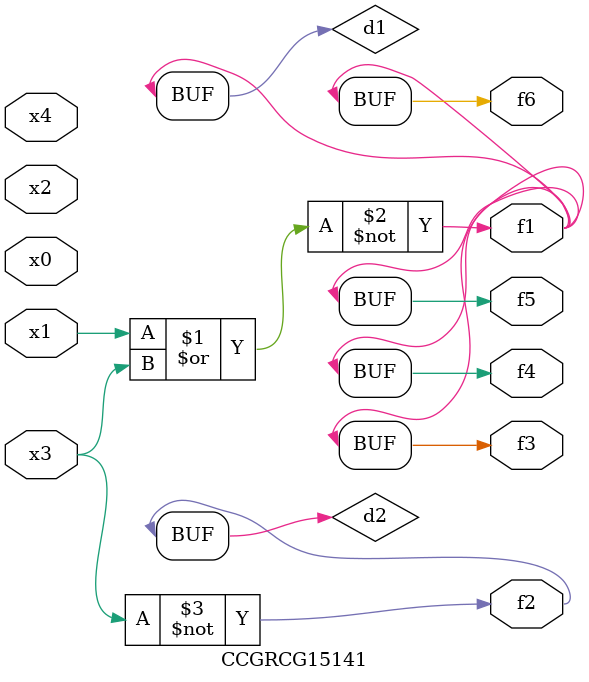
<source format=v>
module CCGRCG15141(
	input x0, x1, x2, x3, x4,
	output f1, f2, f3, f4, f5, f6
);

	wire d1, d2;

	nor (d1, x1, x3);
	not (d2, x3);
	assign f1 = d1;
	assign f2 = d2;
	assign f3 = d1;
	assign f4 = d1;
	assign f5 = d1;
	assign f6 = d1;
endmodule

</source>
